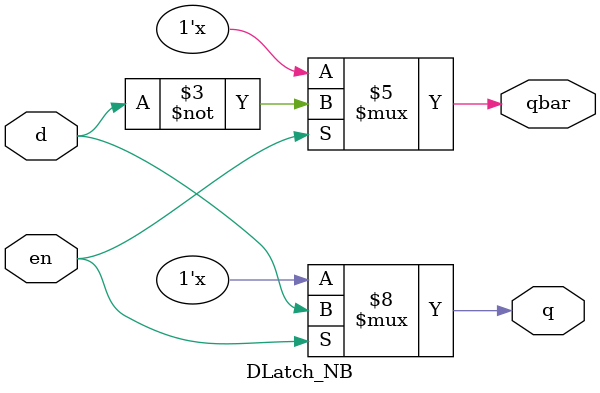
<source format=v>
module DLatch_NB(
		input d,en,
		output reg q,qbar
    );

	always@(d,en)
		begin
			if(~en) 
			begin
				q <= q;
				qbar <= qbar;
			end
			else
			begin
				q <= d;
				qbar <= (~d);
			end
		end
		
endmodule

</source>
